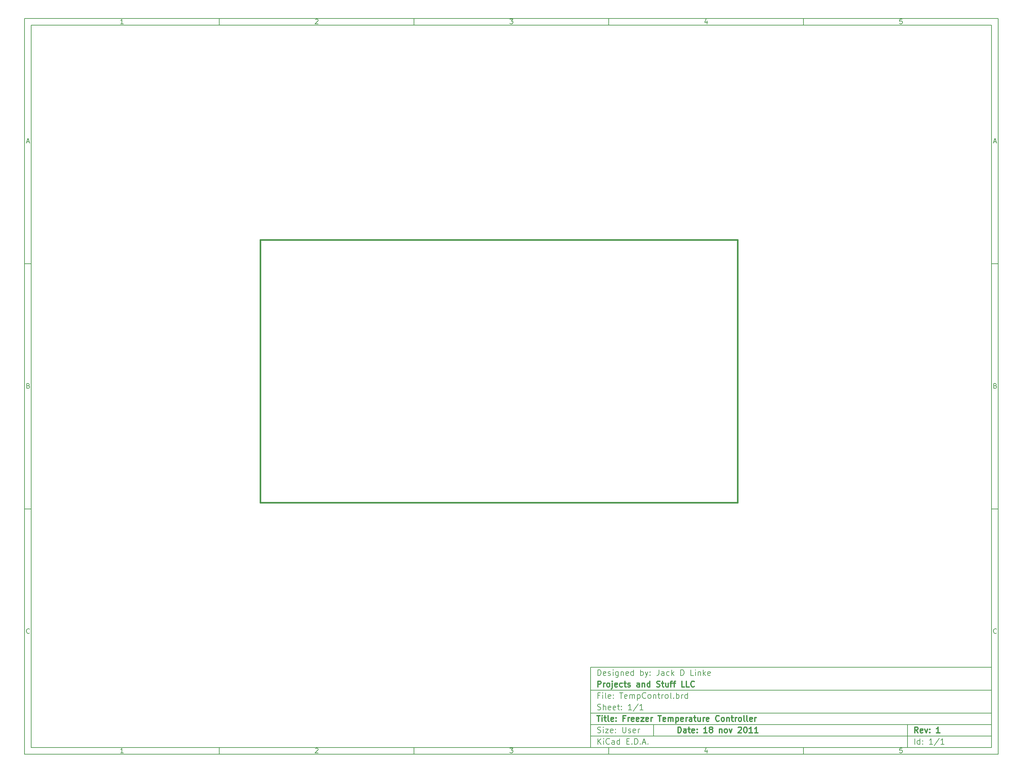
<source format=gbo>
G04 (created by PCBNEW-RS274X (2011-07-08 BZR 3044)-stable) date 11/18/2011 4:50:18 PM*
G01*
G70*
G90*
%MOIN*%
G04 Gerber Fmt 3.4, Leading zero omitted, Abs format*
%FSLAX34Y34*%
G04 APERTURE LIST*
%ADD10C,0.006000*%
%ADD11C,0.012000*%
%ADD12C,0.015000*%
G04 APERTURE END LIST*
G54D10*
X04000Y-04000D02*
X106000Y-04000D01*
X106000Y-81000D01*
X04000Y-81000D01*
X04000Y-04000D01*
X04700Y-04700D02*
X105300Y-04700D01*
X105300Y-80300D01*
X04700Y-80300D01*
X04700Y-04700D01*
X24400Y-04000D02*
X24400Y-04700D01*
X14343Y-04552D02*
X14057Y-04552D01*
X14200Y-04552D02*
X14200Y-04052D01*
X14152Y-04124D01*
X14105Y-04171D01*
X14057Y-04195D01*
X24400Y-81000D02*
X24400Y-80300D01*
X14343Y-80852D02*
X14057Y-80852D01*
X14200Y-80852D02*
X14200Y-80352D01*
X14152Y-80424D01*
X14105Y-80471D01*
X14057Y-80495D01*
X44800Y-04000D02*
X44800Y-04700D01*
X34457Y-04100D02*
X34481Y-04076D01*
X34529Y-04052D01*
X34648Y-04052D01*
X34695Y-04076D01*
X34719Y-04100D01*
X34743Y-04148D01*
X34743Y-04195D01*
X34719Y-04267D01*
X34433Y-04552D01*
X34743Y-04552D01*
X44800Y-81000D02*
X44800Y-80300D01*
X34457Y-80400D02*
X34481Y-80376D01*
X34529Y-80352D01*
X34648Y-80352D01*
X34695Y-80376D01*
X34719Y-80400D01*
X34743Y-80448D01*
X34743Y-80495D01*
X34719Y-80567D01*
X34433Y-80852D01*
X34743Y-80852D01*
X65200Y-04000D02*
X65200Y-04700D01*
X54833Y-04052D02*
X55143Y-04052D01*
X54976Y-04243D01*
X55048Y-04243D01*
X55095Y-04267D01*
X55119Y-04290D01*
X55143Y-04338D01*
X55143Y-04457D01*
X55119Y-04505D01*
X55095Y-04529D01*
X55048Y-04552D01*
X54905Y-04552D01*
X54857Y-04529D01*
X54833Y-04505D01*
X65200Y-81000D02*
X65200Y-80300D01*
X54833Y-80352D02*
X55143Y-80352D01*
X54976Y-80543D01*
X55048Y-80543D01*
X55095Y-80567D01*
X55119Y-80590D01*
X55143Y-80638D01*
X55143Y-80757D01*
X55119Y-80805D01*
X55095Y-80829D01*
X55048Y-80852D01*
X54905Y-80852D01*
X54857Y-80829D01*
X54833Y-80805D01*
X85600Y-04000D02*
X85600Y-04700D01*
X75495Y-04219D02*
X75495Y-04552D01*
X75376Y-04029D02*
X75257Y-04386D01*
X75567Y-04386D01*
X85600Y-81000D02*
X85600Y-80300D01*
X75495Y-80519D02*
X75495Y-80852D01*
X75376Y-80329D02*
X75257Y-80686D01*
X75567Y-80686D01*
X95919Y-04052D02*
X95681Y-04052D01*
X95657Y-04290D01*
X95681Y-04267D01*
X95729Y-04243D01*
X95848Y-04243D01*
X95895Y-04267D01*
X95919Y-04290D01*
X95943Y-04338D01*
X95943Y-04457D01*
X95919Y-04505D01*
X95895Y-04529D01*
X95848Y-04552D01*
X95729Y-04552D01*
X95681Y-04529D01*
X95657Y-04505D01*
X95919Y-80352D02*
X95681Y-80352D01*
X95657Y-80590D01*
X95681Y-80567D01*
X95729Y-80543D01*
X95848Y-80543D01*
X95895Y-80567D01*
X95919Y-80590D01*
X95943Y-80638D01*
X95943Y-80757D01*
X95919Y-80805D01*
X95895Y-80829D01*
X95848Y-80852D01*
X95729Y-80852D01*
X95681Y-80829D01*
X95657Y-80805D01*
X04000Y-29660D02*
X04700Y-29660D01*
X04231Y-16890D02*
X04469Y-16890D01*
X04184Y-17032D02*
X04350Y-16532D01*
X04517Y-17032D01*
X106000Y-29660D02*
X105300Y-29660D01*
X105531Y-16890D02*
X105769Y-16890D01*
X105484Y-17032D02*
X105650Y-16532D01*
X105817Y-17032D01*
X04000Y-55320D02*
X04700Y-55320D01*
X04386Y-42430D02*
X04457Y-42454D01*
X04481Y-42478D01*
X04505Y-42526D01*
X04505Y-42597D01*
X04481Y-42645D01*
X04457Y-42669D01*
X04410Y-42692D01*
X04219Y-42692D01*
X04219Y-42192D01*
X04386Y-42192D01*
X04433Y-42216D01*
X04457Y-42240D01*
X04481Y-42288D01*
X04481Y-42335D01*
X04457Y-42383D01*
X04433Y-42407D01*
X04386Y-42430D01*
X04219Y-42430D01*
X106000Y-55320D02*
X105300Y-55320D01*
X105686Y-42430D02*
X105757Y-42454D01*
X105781Y-42478D01*
X105805Y-42526D01*
X105805Y-42597D01*
X105781Y-42645D01*
X105757Y-42669D01*
X105710Y-42692D01*
X105519Y-42692D01*
X105519Y-42192D01*
X105686Y-42192D01*
X105733Y-42216D01*
X105757Y-42240D01*
X105781Y-42288D01*
X105781Y-42335D01*
X105757Y-42383D01*
X105733Y-42407D01*
X105686Y-42430D01*
X105519Y-42430D01*
X04505Y-68305D02*
X04481Y-68329D01*
X04410Y-68352D01*
X04362Y-68352D01*
X04290Y-68329D01*
X04243Y-68281D01*
X04219Y-68233D01*
X04195Y-68138D01*
X04195Y-68067D01*
X04219Y-67971D01*
X04243Y-67924D01*
X04290Y-67876D01*
X04362Y-67852D01*
X04410Y-67852D01*
X04481Y-67876D01*
X04505Y-67900D01*
X105805Y-68305D02*
X105781Y-68329D01*
X105710Y-68352D01*
X105662Y-68352D01*
X105590Y-68329D01*
X105543Y-68281D01*
X105519Y-68233D01*
X105495Y-68138D01*
X105495Y-68067D01*
X105519Y-67971D01*
X105543Y-67924D01*
X105590Y-67876D01*
X105662Y-67852D01*
X105710Y-67852D01*
X105781Y-67876D01*
X105805Y-67900D01*
G54D11*
X72443Y-78743D02*
X72443Y-78143D01*
X72586Y-78143D01*
X72671Y-78171D01*
X72729Y-78229D01*
X72757Y-78286D01*
X72786Y-78400D01*
X72786Y-78486D01*
X72757Y-78600D01*
X72729Y-78657D01*
X72671Y-78714D01*
X72586Y-78743D01*
X72443Y-78743D01*
X73300Y-78743D02*
X73300Y-78429D01*
X73271Y-78371D01*
X73214Y-78343D01*
X73100Y-78343D01*
X73043Y-78371D01*
X73300Y-78714D02*
X73243Y-78743D01*
X73100Y-78743D01*
X73043Y-78714D01*
X73014Y-78657D01*
X73014Y-78600D01*
X73043Y-78543D01*
X73100Y-78514D01*
X73243Y-78514D01*
X73300Y-78486D01*
X73500Y-78343D02*
X73729Y-78343D01*
X73586Y-78143D02*
X73586Y-78657D01*
X73614Y-78714D01*
X73672Y-78743D01*
X73729Y-78743D01*
X74157Y-78714D02*
X74100Y-78743D01*
X73986Y-78743D01*
X73929Y-78714D01*
X73900Y-78657D01*
X73900Y-78429D01*
X73929Y-78371D01*
X73986Y-78343D01*
X74100Y-78343D01*
X74157Y-78371D01*
X74186Y-78429D01*
X74186Y-78486D01*
X73900Y-78543D01*
X74443Y-78686D02*
X74471Y-78714D01*
X74443Y-78743D01*
X74414Y-78714D01*
X74443Y-78686D01*
X74443Y-78743D01*
X74443Y-78371D02*
X74471Y-78400D01*
X74443Y-78429D01*
X74414Y-78400D01*
X74443Y-78371D01*
X74443Y-78429D01*
X75500Y-78743D02*
X75157Y-78743D01*
X75329Y-78743D02*
X75329Y-78143D01*
X75272Y-78229D01*
X75214Y-78286D01*
X75157Y-78314D01*
X75843Y-78400D02*
X75785Y-78371D01*
X75757Y-78343D01*
X75728Y-78286D01*
X75728Y-78257D01*
X75757Y-78200D01*
X75785Y-78171D01*
X75843Y-78143D01*
X75957Y-78143D01*
X76014Y-78171D01*
X76043Y-78200D01*
X76071Y-78257D01*
X76071Y-78286D01*
X76043Y-78343D01*
X76014Y-78371D01*
X75957Y-78400D01*
X75843Y-78400D01*
X75785Y-78429D01*
X75757Y-78457D01*
X75728Y-78514D01*
X75728Y-78629D01*
X75757Y-78686D01*
X75785Y-78714D01*
X75843Y-78743D01*
X75957Y-78743D01*
X76014Y-78714D01*
X76043Y-78686D01*
X76071Y-78629D01*
X76071Y-78514D01*
X76043Y-78457D01*
X76014Y-78429D01*
X75957Y-78400D01*
X76785Y-78343D02*
X76785Y-78743D01*
X76785Y-78400D02*
X76813Y-78371D01*
X76871Y-78343D01*
X76956Y-78343D01*
X77013Y-78371D01*
X77042Y-78429D01*
X77042Y-78743D01*
X77414Y-78743D02*
X77356Y-78714D01*
X77328Y-78686D01*
X77299Y-78629D01*
X77299Y-78457D01*
X77328Y-78400D01*
X77356Y-78371D01*
X77414Y-78343D01*
X77499Y-78343D01*
X77556Y-78371D01*
X77585Y-78400D01*
X77614Y-78457D01*
X77614Y-78629D01*
X77585Y-78686D01*
X77556Y-78714D01*
X77499Y-78743D01*
X77414Y-78743D01*
X77814Y-78343D02*
X77957Y-78743D01*
X78099Y-78343D01*
X78756Y-78200D02*
X78785Y-78171D01*
X78842Y-78143D01*
X78985Y-78143D01*
X79042Y-78171D01*
X79071Y-78200D01*
X79099Y-78257D01*
X79099Y-78314D01*
X79071Y-78400D01*
X78728Y-78743D01*
X79099Y-78743D01*
X79470Y-78143D02*
X79527Y-78143D01*
X79584Y-78171D01*
X79613Y-78200D01*
X79642Y-78257D01*
X79670Y-78371D01*
X79670Y-78514D01*
X79642Y-78629D01*
X79613Y-78686D01*
X79584Y-78714D01*
X79527Y-78743D01*
X79470Y-78743D01*
X79413Y-78714D01*
X79384Y-78686D01*
X79356Y-78629D01*
X79327Y-78514D01*
X79327Y-78371D01*
X79356Y-78257D01*
X79384Y-78200D01*
X79413Y-78171D01*
X79470Y-78143D01*
X80241Y-78743D02*
X79898Y-78743D01*
X80070Y-78743D02*
X80070Y-78143D01*
X80013Y-78229D01*
X79955Y-78286D01*
X79898Y-78314D01*
X80812Y-78743D02*
X80469Y-78743D01*
X80641Y-78743D02*
X80641Y-78143D01*
X80584Y-78229D01*
X80526Y-78286D01*
X80469Y-78314D01*
G54D10*
X64043Y-79943D02*
X64043Y-79343D01*
X64386Y-79943D02*
X64129Y-79600D01*
X64386Y-79343D02*
X64043Y-79686D01*
X64643Y-79943D02*
X64643Y-79543D01*
X64643Y-79343D02*
X64614Y-79371D01*
X64643Y-79400D01*
X64671Y-79371D01*
X64643Y-79343D01*
X64643Y-79400D01*
X65272Y-79886D02*
X65243Y-79914D01*
X65157Y-79943D01*
X65100Y-79943D01*
X65015Y-79914D01*
X64957Y-79857D01*
X64929Y-79800D01*
X64900Y-79686D01*
X64900Y-79600D01*
X64929Y-79486D01*
X64957Y-79429D01*
X65015Y-79371D01*
X65100Y-79343D01*
X65157Y-79343D01*
X65243Y-79371D01*
X65272Y-79400D01*
X65786Y-79943D02*
X65786Y-79629D01*
X65757Y-79571D01*
X65700Y-79543D01*
X65586Y-79543D01*
X65529Y-79571D01*
X65786Y-79914D02*
X65729Y-79943D01*
X65586Y-79943D01*
X65529Y-79914D01*
X65500Y-79857D01*
X65500Y-79800D01*
X65529Y-79743D01*
X65586Y-79714D01*
X65729Y-79714D01*
X65786Y-79686D01*
X66329Y-79943D02*
X66329Y-79343D01*
X66329Y-79914D02*
X66272Y-79943D01*
X66158Y-79943D01*
X66100Y-79914D01*
X66072Y-79886D01*
X66043Y-79829D01*
X66043Y-79657D01*
X66072Y-79600D01*
X66100Y-79571D01*
X66158Y-79543D01*
X66272Y-79543D01*
X66329Y-79571D01*
X67072Y-79629D02*
X67272Y-79629D01*
X67358Y-79943D02*
X67072Y-79943D01*
X67072Y-79343D01*
X67358Y-79343D01*
X67615Y-79886D02*
X67643Y-79914D01*
X67615Y-79943D01*
X67586Y-79914D01*
X67615Y-79886D01*
X67615Y-79943D01*
X67901Y-79943D02*
X67901Y-79343D01*
X68044Y-79343D01*
X68129Y-79371D01*
X68187Y-79429D01*
X68215Y-79486D01*
X68244Y-79600D01*
X68244Y-79686D01*
X68215Y-79800D01*
X68187Y-79857D01*
X68129Y-79914D01*
X68044Y-79943D01*
X67901Y-79943D01*
X68501Y-79886D02*
X68529Y-79914D01*
X68501Y-79943D01*
X68472Y-79914D01*
X68501Y-79886D01*
X68501Y-79943D01*
X68758Y-79771D02*
X69044Y-79771D01*
X68701Y-79943D02*
X68901Y-79343D01*
X69101Y-79943D01*
X69301Y-79886D02*
X69329Y-79914D01*
X69301Y-79943D01*
X69272Y-79914D01*
X69301Y-79886D01*
X69301Y-79943D01*
G54D11*
X97586Y-78743D02*
X97386Y-78457D01*
X97243Y-78743D02*
X97243Y-78143D01*
X97471Y-78143D01*
X97529Y-78171D01*
X97557Y-78200D01*
X97586Y-78257D01*
X97586Y-78343D01*
X97557Y-78400D01*
X97529Y-78429D01*
X97471Y-78457D01*
X97243Y-78457D01*
X98071Y-78714D02*
X98014Y-78743D01*
X97900Y-78743D01*
X97843Y-78714D01*
X97814Y-78657D01*
X97814Y-78429D01*
X97843Y-78371D01*
X97900Y-78343D01*
X98014Y-78343D01*
X98071Y-78371D01*
X98100Y-78429D01*
X98100Y-78486D01*
X97814Y-78543D01*
X98300Y-78343D02*
X98443Y-78743D01*
X98585Y-78343D01*
X98814Y-78686D02*
X98842Y-78714D01*
X98814Y-78743D01*
X98785Y-78714D01*
X98814Y-78686D01*
X98814Y-78743D01*
X98814Y-78371D02*
X98842Y-78400D01*
X98814Y-78429D01*
X98785Y-78400D01*
X98814Y-78371D01*
X98814Y-78429D01*
X99871Y-78743D02*
X99528Y-78743D01*
X99700Y-78743D02*
X99700Y-78143D01*
X99643Y-78229D01*
X99585Y-78286D01*
X99528Y-78314D01*
G54D10*
X64014Y-78714D02*
X64100Y-78743D01*
X64243Y-78743D01*
X64300Y-78714D01*
X64329Y-78686D01*
X64357Y-78629D01*
X64357Y-78571D01*
X64329Y-78514D01*
X64300Y-78486D01*
X64243Y-78457D01*
X64129Y-78429D01*
X64071Y-78400D01*
X64043Y-78371D01*
X64014Y-78314D01*
X64014Y-78257D01*
X64043Y-78200D01*
X64071Y-78171D01*
X64129Y-78143D01*
X64271Y-78143D01*
X64357Y-78171D01*
X64614Y-78743D02*
X64614Y-78343D01*
X64614Y-78143D02*
X64585Y-78171D01*
X64614Y-78200D01*
X64642Y-78171D01*
X64614Y-78143D01*
X64614Y-78200D01*
X64843Y-78343D02*
X65157Y-78343D01*
X64843Y-78743D01*
X65157Y-78743D01*
X65614Y-78714D02*
X65557Y-78743D01*
X65443Y-78743D01*
X65386Y-78714D01*
X65357Y-78657D01*
X65357Y-78429D01*
X65386Y-78371D01*
X65443Y-78343D01*
X65557Y-78343D01*
X65614Y-78371D01*
X65643Y-78429D01*
X65643Y-78486D01*
X65357Y-78543D01*
X65900Y-78686D02*
X65928Y-78714D01*
X65900Y-78743D01*
X65871Y-78714D01*
X65900Y-78686D01*
X65900Y-78743D01*
X65900Y-78371D02*
X65928Y-78400D01*
X65900Y-78429D01*
X65871Y-78400D01*
X65900Y-78371D01*
X65900Y-78429D01*
X66643Y-78143D02*
X66643Y-78629D01*
X66671Y-78686D01*
X66700Y-78714D01*
X66757Y-78743D01*
X66871Y-78743D01*
X66929Y-78714D01*
X66957Y-78686D01*
X66986Y-78629D01*
X66986Y-78143D01*
X67243Y-78714D02*
X67300Y-78743D01*
X67415Y-78743D01*
X67472Y-78714D01*
X67500Y-78657D01*
X67500Y-78629D01*
X67472Y-78571D01*
X67415Y-78543D01*
X67329Y-78543D01*
X67272Y-78514D01*
X67243Y-78457D01*
X67243Y-78429D01*
X67272Y-78371D01*
X67329Y-78343D01*
X67415Y-78343D01*
X67472Y-78371D01*
X67986Y-78714D02*
X67929Y-78743D01*
X67815Y-78743D01*
X67758Y-78714D01*
X67729Y-78657D01*
X67729Y-78429D01*
X67758Y-78371D01*
X67815Y-78343D01*
X67929Y-78343D01*
X67986Y-78371D01*
X68015Y-78429D01*
X68015Y-78486D01*
X67729Y-78543D01*
X68272Y-78743D02*
X68272Y-78343D01*
X68272Y-78457D02*
X68300Y-78400D01*
X68329Y-78371D01*
X68386Y-78343D01*
X68443Y-78343D01*
X97243Y-79943D02*
X97243Y-79343D01*
X97786Y-79943D02*
X97786Y-79343D01*
X97786Y-79914D02*
X97729Y-79943D01*
X97615Y-79943D01*
X97557Y-79914D01*
X97529Y-79886D01*
X97500Y-79829D01*
X97500Y-79657D01*
X97529Y-79600D01*
X97557Y-79571D01*
X97615Y-79543D01*
X97729Y-79543D01*
X97786Y-79571D01*
X98072Y-79886D02*
X98100Y-79914D01*
X98072Y-79943D01*
X98043Y-79914D01*
X98072Y-79886D01*
X98072Y-79943D01*
X98072Y-79571D02*
X98100Y-79600D01*
X98072Y-79629D01*
X98043Y-79600D01*
X98072Y-79571D01*
X98072Y-79629D01*
X99129Y-79943D02*
X98786Y-79943D01*
X98958Y-79943D02*
X98958Y-79343D01*
X98901Y-79429D01*
X98843Y-79486D01*
X98786Y-79514D01*
X99814Y-79314D02*
X99300Y-80086D01*
X100329Y-79943D02*
X99986Y-79943D01*
X100158Y-79943D02*
X100158Y-79343D01*
X100101Y-79429D01*
X100043Y-79486D01*
X99986Y-79514D01*
G54D11*
X63957Y-76943D02*
X64300Y-76943D01*
X64129Y-77543D02*
X64129Y-76943D01*
X64500Y-77543D02*
X64500Y-77143D01*
X64500Y-76943D02*
X64471Y-76971D01*
X64500Y-77000D01*
X64528Y-76971D01*
X64500Y-76943D01*
X64500Y-77000D01*
X64700Y-77143D02*
X64929Y-77143D01*
X64786Y-76943D02*
X64786Y-77457D01*
X64814Y-77514D01*
X64872Y-77543D01*
X64929Y-77543D01*
X65215Y-77543D02*
X65157Y-77514D01*
X65129Y-77457D01*
X65129Y-76943D01*
X65671Y-77514D02*
X65614Y-77543D01*
X65500Y-77543D01*
X65443Y-77514D01*
X65414Y-77457D01*
X65414Y-77229D01*
X65443Y-77171D01*
X65500Y-77143D01*
X65614Y-77143D01*
X65671Y-77171D01*
X65700Y-77229D01*
X65700Y-77286D01*
X65414Y-77343D01*
X65957Y-77486D02*
X65985Y-77514D01*
X65957Y-77543D01*
X65928Y-77514D01*
X65957Y-77486D01*
X65957Y-77543D01*
X65957Y-77171D02*
X65985Y-77200D01*
X65957Y-77229D01*
X65928Y-77200D01*
X65957Y-77171D01*
X65957Y-77229D01*
X66900Y-77229D02*
X66700Y-77229D01*
X66700Y-77543D02*
X66700Y-76943D01*
X66986Y-76943D01*
X67214Y-77543D02*
X67214Y-77143D01*
X67214Y-77257D02*
X67242Y-77200D01*
X67271Y-77171D01*
X67328Y-77143D01*
X67385Y-77143D01*
X67813Y-77514D02*
X67756Y-77543D01*
X67642Y-77543D01*
X67585Y-77514D01*
X67556Y-77457D01*
X67556Y-77229D01*
X67585Y-77171D01*
X67642Y-77143D01*
X67756Y-77143D01*
X67813Y-77171D01*
X67842Y-77229D01*
X67842Y-77286D01*
X67556Y-77343D01*
X68327Y-77514D02*
X68270Y-77543D01*
X68156Y-77543D01*
X68099Y-77514D01*
X68070Y-77457D01*
X68070Y-77229D01*
X68099Y-77171D01*
X68156Y-77143D01*
X68270Y-77143D01*
X68327Y-77171D01*
X68356Y-77229D01*
X68356Y-77286D01*
X68070Y-77343D01*
X68556Y-77143D02*
X68870Y-77143D01*
X68556Y-77543D01*
X68870Y-77543D01*
X69327Y-77514D02*
X69270Y-77543D01*
X69156Y-77543D01*
X69099Y-77514D01*
X69070Y-77457D01*
X69070Y-77229D01*
X69099Y-77171D01*
X69156Y-77143D01*
X69270Y-77143D01*
X69327Y-77171D01*
X69356Y-77229D01*
X69356Y-77286D01*
X69070Y-77343D01*
X69613Y-77543D02*
X69613Y-77143D01*
X69613Y-77257D02*
X69641Y-77200D01*
X69670Y-77171D01*
X69727Y-77143D01*
X69784Y-77143D01*
X70355Y-76943D02*
X70698Y-76943D01*
X70527Y-77543D02*
X70527Y-76943D01*
X71126Y-77514D02*
X71069Y-77543D01*
X70955Y-77543D01*
X70898Y-77514D01*
X70869Y-77457D01*
X70869Y-77229D01*
X70898Y-77171D01*
X70955Y-77143D01*
X71069Y-77143D01*
X71126Y-77171D01*
X71155Y-77229D01*
X71155Y-77286D01*
X70869Y-77343D01*
X71412Y-77543D02*
X71412Y-77143D01*
X71412Y-77200D02*
X71440Y-77171D01*
X71498Y-77143D01*
X71583Y-77143D01*
X71640Y-77171D01*
X71669Y-77229D01*
X71669Y-77543D01*
X71669Y-77229D02*
X71698Y-77171D01*
X71755Y-77143D01*
X71840Y-77143D01*
X71898Y-77171D01*
X71926Y-77229D01*
X71926Y-77543D01*
X72212Y-77143D02*
X72212Y-77743D01*
X72212Y-77171D02*
X72269Y-77143D01*
X72383Y-77143D01*
X72440Y-77171D01*
X72469Y-77200D01*
X72498Y-77257D01*
X72498Y-77429D01*
X72469Y-77486D01*
X72440Y-77514D01*
X72383Y-77543D01*
X72269Y-77543D01*
X72212Y-77514D01*
X72983Y-77514D02*
X72926Y-77543D01*
X72812Y-77543D01*
X72755Y-77514D01*
X72726Y-77457D01*
X72726Y-77229D01*
X72755Y-77171D01*
X72812Y-77143D01*
X72926Y-77143D01*
X72983Y-77171D01*
X73012Y-77229D01*
X73012Y-77286D01*
X72726Y-77343D01*
X73269Y-77543D02*
X73269Y-77143D01*
X73269Y-77257D02*
X73297Y-77200D01*
X73326Y-77171D01*
X73383Y-77143D01*
X73440Y-77143D01*
X73897Y-77543D02*
X73897Y-77229D01*
X73868Y-77171D01*
X73811Y-77143D01*
X73697Y-77143D01*
X73640Y-77171D01*
X73897Y-77514D02*
X73840Y-77543D01*
X73697Y-77543D01*
X73640Y-77514D01*
X73611Y-77457D01*
X73611Y-77400D01*
X73640Y-77343D01*
X73697Y-77314D01*
X73840Y-77314D01*
X73897Y-77286D01*
X74097Y-77143D02*
X74326Y-77143D01*
X74183Y-76943D02*
X74183Y-77457D01*
X74211Y-77514D01*
X74269Y-77543D01*
X74326Y-77543D01*
X74783Y-77143D02*
X74783Y-77543D01*
X74526Y-77143D02*
X74526Y-77457D01*
X74554Y-77514D01*
X74612Y-77543D01*
X74697Y-77543D01*
X74754Y-77514D01*
X74783Y-77486D01*
X75069Y-77543D02*
X75069Y-77143D01*
X75069Y-77257D02*
X75097Y-77200D01*
X75126Y-77171D01*
X75183Y-77143D01*
X75240Y-77143D01*
X75668Y-77514D02*
X75611Y-77543D01*
X75497Y-77543D01*
X75440Y-77514D01*
X75411Y-77457D01*
X75411Y-77229D01*
X75440Y-77171D01*
X75497Y-77143D01*
X75611Y-77143D01*
X75668Y-77171D01*
X75697Y-77229D01*
X75697Y-77286D01*
X75411Y-77343D01*
X76754Y-77486D02*
X76725Y-77514D01*
X76639Y-77543D01*
X76582Y-77543D01*
X76497Y-77514D01*
X76439Y-77457D01*
X76411Y-77400D01*
X76382Y-77286D01*
X76382Y-77200D01*
X76411Y-77086D01*
X76439Y-77029D01*
X76497Y-76971D01*
X76582Y-76943D01*
X76639Y-76943D01*
X76725Y-76971D01*
X76754Y-77000D01*
X77097Y-77543D02*
X77039Y-77514D01*
X77011Y-77486D01*
X76982Y-77429D01*
X76982Y-77257D01*
X77011Y-77200D01*
X77039Y-77171D01*
X77097Y-77143D01*
X77182Y-77143D01*
X77239Y-77171D01*
X77268Y-77200D01*
X77297Y-77257D01*
X77297Y-77429D01*
X77268Y-77486D01*
X77239Y-77514D01*
X77182Y-77543D01*
X77097Y-77543D01*
X77554Y-77143D02*
X77554Y-77543D01*
X77554Y-77200D02*
X77582Y-77171D01*
X77640Y-77143D01*
X77725Y-77143D01*
X77782Y-77171D01*
X77811Y-77229D01*
X77811Y-77543D01*
X78011Y-77143D02*
X78240Y-77143D01*
X78097Y-76943D02*
X78097Y-77457D01*
X78125Y-77514D01*
X78183Y-77543D01*
X78240Y-77543D01*
X78440Y-77543D02*
X78440Y-77143D01*
X78440Y-77257D02*
X78468Y-77200D01*
X78497Y-77171D01*
X78554Y-77143D01*
X78611Y-77143D01*
X78897Y-77543D02*
X78839Y-77514D01*
X78811Y-77486D01*
X78782Y-77429D01*
X78782Y-77257D01*
X78811Y-77200D01*
X78839Y-77171D01*
X78897Y-77143D01*
X78982Y-77143D01*
X79039Y-77171D01*
X79068Y-77200D01*
X79097Y-77257D01*
X79097Y-77429D01*
X79068Y-77486D01*
X79039Y-77514D01*
X78982Y-77543D01*
X78897Y-77543D01*
X79440Y-77543D02*
X79382Y-77514D01*
X79354Y-77457D01*
X79354Y-76943D01*
X79754Y-77543D02*
X79696Y-77514D01*
X79668Y-77457D01*
X79668Y-76943D01*
X80210Y-77514D02*
X80153Y-77543D01*
X80039Y-77543D01*
X79982Y-77514D01*
X79953Y-77457D01*
X79953Y-77229D01*
X79982Y-77171D01*
X80039Y-77143D01*
X80153Y-77143D01*
X80210Y-77171D01*
X80239Y-77229D01*
X80239Y-77286D01*
X79953Y-77343D01*
X80496Y-77543D02*
X80496Y-77143D01*
X80496Y-77257D02*
X80524Y-77200D01*
X80553Y-77171D01*
X80610Y-77143D01*
X80667Y-77143D01*
G54D10*
X64243Y-74829D02*
X64043Y-74829D01*
X64043Y-75143D02*
X64043Y-74543D01*
X64329Y-74543D01*
X64557Y-75143D02*
X64557Y-74743D01*
X64557Y-74543D02*
X64528Y-74571D01*
X64557Y-74600D01*
X64585Y-74571D01*
X64557Y-74543D01*
X64557Y-74600D01*
X64929Y-75143D02*
X64871Y-75114D01*
X64843Y-75057D01*
X64843Y-74543D01*
X65385Y-75114D02*
X65328Y-75143D01*
X65214Y-75143D01*
X65157Y-75114D01*
X65128Y-75057D01*
X65128Y-74829D01*
X65157Y-74771D01*
X65214Y-74743D01*
X65328Y-74743D01*
X65385Y-74771D01*
X65414Y-74829D01*
X65414Y-74886D01*
X65128Y-74943D01*
X65671Y-75086D02*
X65699Y-75114D01*
X65671Y-75143D01*
X65642Y-75114D01*
X65671Y-75086D01*
X65671Y-75143D01*
X65671Y-74771D02*
X65699Y-74800D01*
X65671Y-74829D01*
X65642Y-74800D01*
X65671Y-74771D01*
X65671Y-74829D01*
X66328Y-74543D02*
X66671Y-74543D01*
X66500Y-75143D02*
X66500Y-74543D01*
X67099Y-75114D02*
X67042Y-75143D01*
X66928Y-75143D01*
X66871Y-75114D01*
X66842Y-75057D01*
X66842Y-74829D01*
X66871Y-74771D01*
X66928Y-74743D01*
X67042Y-74743D01*
X67099Y-74771D01*
X67128Y-74829D01*
X67128Y-74886D01*
X66842Y-74943D01*
X67385Y-75143D02*
X67385Y-74743D01*
X67385Y-74800D02*
X67413Y-74771D01*
X67471Y-74743D01*
X67556Y-74743D01*
X67613Y-74771D01*
X67642Y-74829D01*
X67642Y-75143D01*
X67642Y-74829D02*
X67671Y-74771D01*
X67728Y-74743D01*
X67813Y-74743D01*
X67871Y-74771D01*
X67899Y-74829D01*
X67899Y-75143D01*
X68185Y-74743D02*
X68185Y-75343D01*
X68185Y-74771D02*
X68242Y-74743D01*
X68356Y-74743D01*
X68413Y-74771D01*
X68442Y-74800D01*
X68471Y-74857D01*
X68471Y-75029D01*
X68442Y-75086D01*
X68413Y-75114D01*
X68356Y-75143D01*
X68242Y-75143D01*
X68185Y-75114D01*
X69071Y-75086D02*
X69042Y-75114D01*
X68956Y-75143D01*
X68899Y-75143D01*
X68814Y-75114D01*
X68756Y-75057D01*
X68728Y-75000D01*
X68699Y-74886D01*
X68699Y-74800D01*
X68728Y-74686D01*
X68756Y-74629D01*
X68814Y-74571D01*
X68899Y-74543D01*
X68956Y-74543D01*
X69042Y-74571D01*
X69071Y-74600D01*
X69414Y-75143D02*
X69356Y-75114D01*
X69328Y-75086D01*
X69299Y-75029D01*
X69299Y-74857D01*
X69328Y-74800D01*
X69356Y-74771D01*
X69414Y-74743D01*
X69499Y-74743D01*
X69556Y-74771D01*
X69585Y-74800D01*
X69614Y-74857D01*
X69614Y-75029D01*
X69585Y-75086D01*
X69556Y-75114D01*
X69499Y-75143D01*
X69414Y-75143D01*
X69871Y-74743D02*
X69871Y-75143D01*
X69871Y-74800D02*
X69899Y-74771D01*
X69957Y-74743D01*
X70042Y-74743D01*
X70099Y-74771D01*
X70128Y-74829D01*
X70128Y-75143D01*
X70328Y-74743D02*
X70557Y-74743D01*
X70414Y-74543D02*
X70414Y-75057D01*
X70442Y-75114D01*
X70500Y-75143D01*
X70557Y-75143D01*
X70757Y-75143D02*
X70757Y-74743D01*
X70757Y-74857D02*
X70785Y-74800D01*
X70814Y-74771D01*
X70871Y-74743D01*
X70928Y-74743D01*
X71214Y-75143D02*
X71156Y-75114D01*
X71128Y-75086D01*
X71099Y-75029D01*
X71099Y-74857D01*
X71128Y-74800D01*
X71156Y-74771D01*
X71214Y-74743D01*
X71299Y-74743D01*
X71356Y-74771D01*
X71385Y-74800D01*
X71414Y-74857D01*
X71414Y-75029D01*
X71385Y-75086D01*
X71356Y-75114D01*
X71299Y-75143D01*
X71214Y-75143D01*
X71757Y-75143D02*
X71699Y-75114D01*
X71671Y-75057D01*
X71671Y-74543D01*
X71985Y-75086D02*
X72013Y-75114D01*
X71985Y-75143D01*
X71956Y-75114D01*
X71985Y-75086D01*
X71985Y-75143D01*
X72271Y-75143D02*
X72271Y-74543D01*
X72271Y-74771D02*
X72328Y-74743D01*
X72442Y-74743D01*
X72499Y-74771D01*
X72528Y-74800D01*
X72557Y-74857D01*
X72557Y-75029D01*
X72528Y-75086D01*
X72499Y-75114D01*
X72442Y-75143D01*
X72328Y-75143D01*
X72271Y-75114D01*
X72814Y-75143D02*
X72814Y-74743D01*
X72814Y-74857D02*
X72842Y-74800D01*
X72871Y-74771D01*
X72928Y-74743D01*
X72985Y-74743D01*
X73442Y-75143D02*
X73442Y-74543D01*
X73442Y-75114D02*
X73385Y-75143D01*
X73271Y-75143D01*
X73213Y-75114D01*
X73185Y-75086D01*
X73156Y-75029D01*
X73156Y-74857D01*
X73185Y-74800D01*
X73213Y-74771D01*
X73271Y-74743D01*
X73385Y-74743D01*
X73442Y-74771D01*
X64014Y-76314D02*
X64100Y-76343D01*
X64243Y-76343D01*
X64300Y-76314D01*
X64329Y-76286D01*
X64357Y-76229D01*
X64357Y-76171D01*
X64329Y-76114D01*
X64300Y-76086D01*
X64243Y-76057D01*
X64129Y-76029D01*
X64071Y-76000D01*
X64043Y-75971D01*
X64014Y-75914D01*
X64014Y-75857D01*
X64043Y-75800D01*
X64071Y-75771D01*
X64129Y-75743D01*
X64271Y-75743D01*
X64357Y-75771D01*
X64614Y-76343D02*
X64614Y-75743D01*
X64871Y-76343D02*
X64871Y-76029D01*
X64842Y-75971D01*
X64785Y-75943D01*
X64700Y-75943D01*
X64642Y-75971D01*
X64614Y-76000D01*
X65385Y-76314D02*
X65328Y-76343D01*
X65214Y-76343D01*
X65157Y-76314D01*
X65128Y-76257D01*
X65128Y-76029D01*
X65157Y-75971D01*
X65214Y-75943D01*
X65328Y-75943D01*
X65385Y-75971D01*
X65414Y-76029D01*
X65414Y-76086D01*
X65128Y-76143D01*
X65899Y-76314D02*
X65842Y-76343D01*
X65728Y-76343D01*
X65671Y-76314D01*
X65642Y-76257D01*
X65642Y-76029D01*
X65671Y-75971D01*
X65728Y-75943D01*
X65842Y-75943D01*
X65899Y-75971D01*
X65928Y-76029D01*
X65928Y-76086D01*
X65642Y-76143D01*
X66099Y-75943D02*
X66328Y-75943D01*
X66185Y-75743D02*
X66185Y-76257D01*
X66213Y-76314D01*
X66271Y-76343D01*
X66328Y-76343D01*
X66528Y-76286D02*
X66556Y-76314D01*
X66528Y-76343D01*
X66499Y-76314D01*
X66528Y-76286D01*
X66528Y-76343D01*
X66528Y-75971D02*
X66556Y-76000D01*
X66528Y-76029D01*
X66499Y-76000D01*
X66528Y-75971D01*
X66528Y-76029D01*
X67585Y-76343D02*
X67242Y-76343D01*
X67414Y-76343D02*
X67414Y-75743D01*
X67357Y-75829D01*
X67299Y-75886D01*
X67242Y-75914D01*
X68270Y-75714D02*
X67756Y-76486D01*
X68785Y-76343D02*
X68442Y-76343D01*
X68614Y-76343D02*
X68614Y-75743D01*
X68557Y-75829D01*
X68499Y-75886D01*
X68442Y-75914D01*
G54D11*
X64043Y-73943D02*
X64043Y-73343D01*
X64271Y-73343D01*
X64329Y-73371D01*
X64357Y-73400D01*
X64386Y-73457D01*
X64386Y-73543D01*
X64357Y-73600D01*
X64329Y-73629D01*
X64271Y-73657D01*
X64043Y-73657D01*
X64643Y-73943D02*
X64643Y-73543D01*
X64643Y-73657D02*
X64671Y-73600D01*
X64700Y-73571D01*
X64757Y-73543D01*
X64814Y-73543D01*
X65100Y-73943D02*
X65042Y-73914D01*
X65014Y-73886D01*
X64985Y-73829D01*
X64985Y-73657D01*
X65014Y-73600D01*
X65042Y-73571D01*
X65100Y-73543D01*
X65185Y-73543D01*
X65242Y-73571D01*
X65271Y-73600D01*
X65300Y-73657D01*
X65300Y-73829D01*
X65271Y-73886D01*
X65242Y-73914D01*
X65185Y-73943D01*
X65100Y-73943D01*
X65557Y-73543D02*
X65557Y-74057D01*
X65528Y-74114D01*
X65471Y-74143D01*
X65443Y-74143D01*
X65557Y-73343D02*
X65528Y-73371D01*
X65557Y-73400D01*
X65585Y-73371D01*
X65557Y-73343D01*
X65557Y-73400D01*
X66071Y-73914D02*
X66014Y-73943D01*
X65900Y-73943D01*
X65843Y-73914D01*
X65814Y-73857D01*
X65814Y-73629D01*
X65843Y-73571D01*
X65900Y-73543D01*
X66014Y-73543D01*
X66071Y-73571D01*
X66100Y-73629D01*
X66100Y-73686D01*
X65814Y-73743D01*
X66614Y-73914D02*
X66557Y-73943D01*
X66443Y-73943D01*
X66385Y-73914D01*
X66357Y-73886D01*
X66328Y-73829D01*
X66328Y-73657D01*
X66357Y-73600D01*
X66385Y-73571D01*
X66443Y-73543D01*
X66557Y-73543D01*
X66614Y-73571D01*
X66785Y-73543D02*
X67014Y-73543D01*
X66871Y-73343D02*
X66871Y-73857D01*
X66899Y-73914D01*
X66957Y-73943D01*
X67014Y-73943D01*
X67185Y-73914D02*
X67242Y-73943D01*
X67357Y-73943D01*
X67414Y-73914D01*
X67442Y-73857D01*
X67442Y-73829D01*
X67414Y-73771D01*
X67357Y-73743D01*
X67271Y-73743D01*
X67214Y-73714D01*
X67185Y-73657D01*
X67185Y-73629D01*
X67214Y-73571D01*
X67271Y-73543D01*
X67357Y-73543D01*
X67414Y-73571D01*
X68414Y-73943D02*
X68414Y-73629D01*
X68385Y-73571D01*
X68328Y-73543D01*
X68214Y-73543D01*
X68157Y-73571D01*
X68414Y-73914D02*
X68357Y-73943D01*
X68214Y-73943D01*
X68157Y-73914D01*
X68128Y-73857D01*
X68128Y-73800D01*
X68157Y-73743D01*
X68214Y-73714D01*
X68357Y-73714D01*
X68414Y-73686D01*
X68700Y-73543D02*
X68700Y-73943D01*
X68700Y-73600D02*
X68728Y-73571D01*
X68786Y-73543D01*
X68871Y-73543D01*
X68928Y-73571D01*
X68957Y-73629D01*
X68957Y-73943D01*
X69500Y-73943D02*
X69500Y-73343D01*
X69500Y-73914D02*
X69443Y-73943D01*
X69329Y-73943D01*
X69271Y-73914D01*
X69243Y-73886D01*
X69214Y-73829D01*
X69214Y-73657D01*
X69243Y-73600D01*
X69271Y-73571D01*
X69329Y-73543D01*
X69443Y-73543D01*
X69500Y-73571D01*
X70214Y-73914D02*
X70300Y-73943D01*
X70443Y-73943D01*
X70500Y-73914D01*
X70529Y-73886D01*
X70557Y-73829D01*
X70557Y-73771D01*
X70529Y-73714D01*
X70500Y-73686D01*
X70443Y-73657D01*
X70329Y-73629D01*
X70271Y-73600D01*
X70243Y-73571D01*
X70214Y-73514D01*
X70214Y-73457D01*
X70243Y-73400D01*
X70271Y-73371D01*
X70329Y-73343D01*
X70471Y-73343D01*
X70557Y-73371D01*
X70728Y-73543D02*
X70957Y-73543D01*
X70814Y-73343D02*
X70814Y-73857D01*
X70842Y-73914D01*
X70900Y-73943D01*
X70957Y-73943D01*
X71414Y-73543D02*
X71414Y-73943D01*
X71157Y-73543D02*
X71157Y-73857D01*
X71185Y-73914D01*
X71243Y-73943D01*
X71328Y-73943D01*
X71385Y-73914D01*
X71414Y-73886D01*
X71614Y-73543D02*
X71843Y-73543D01*
X71700Y-73943D02*
X71700Y-73429D01*
X71728Y-73371D01*
X71786Y-73343D01*
X71843Y-73343D01*
X71957Y-73543D02*
X72186Y-73543D01*
X72043Y-73943D02*
X72043Y-73429D01*
X72071Y-73371D01*
X72129Y-73343D01*
X72186Y-73343D01*
X73129Y-73943D02*
X72843Y-73943D01*
X72843Y-73343D01*
X73615Y-73943D02*
X73329Y-73943D01*
X73329Y-73343D01*
X74158Y-73886D02*
X74129Y-73914D01*
X74043Y-73943D01*
X73986Y-73943D01*
X73901Y-73914D01*
X73843Y-73857D01*
X73815Y-73800D01*
X73786Y-73686D01*
X73786Y-73600D01*
X73815Y-73486D01*
X73843Y-73429D01*
X73901Y-73371D01*
X73986Y-73343D01*
X74043Y-73343D01*
X74129Y-73371D01*
X74158Y-73400D01*
G54D10*
X64043Y-72743D02*
X64043Y-72143D01*
X64186Y-72143D01*
X64271Y-72171D01*
X64329Y-72229D01*
X64357Y-72286D01*
X64386Y-72400D01*
X64386Y-72486D01*
X64357Y-72600D01*
X64329Y-72657D01*
X64271Y-72714D01*
X64186Y-72743D01*
X64043Y-72743D01*
X64871Y-72714D02*
X64814Y-72743D01*
X64700Y-72743D01*
X64643Y-72714D01*
X64614Y-72657D01*
X64614Y-72429D01*
X64643Y-72371D01*
X64700Y-72343D01*
X64814Y-72343D01*
X64871Y-72371D01*
X64900Y-72429D01*
X64900Y-72486D01*
X64614Y-72543D01*
X65128Y-72714D02*
X65185Y-72743D01*
X65300Y-72743D01*
X65357Y-72714D01*
X65385Y-72657D01*
X65385Y-72629D01*
X65357Y-72571D01*
X65300Y-72543D01*
X65214Y-72543D01*
X65157Y-72514D01*
X65128Y-72457D01*
X65128Y-72429D01*
X65157Y-72371D01*
X65214Y-72343D01*
X65300Y-72343D01*
X65357Y-72371D01*
X65643Y-72743D02*
X65643Y-72343D01*
X65643Y-72143D02*
X65614Y-72171D01*
X65643Y-72200D01*
X65671Y-72171D01*
X65643Y-72143D01*
X65643Y-72200D01*
X66186Y-72343D02*
X66186Y-72829D01*
X66157Y-72886D01*
X66129Y-72914D01*
X66072Y-72943D01*
X65986Y-72943D01*
X65929Y-72914D01*
X66186Y-72714D02*
X66129Y-72743D01*
X66015Y-72743D01*
X65957Y-72714D01*
X65929Y-72686D01*
X65900Y-72629D01*
X65900Y-72457D01*
X65929Y-72400D01*
X65957Y-72371D01*
X66015Y-72343D01*
X66129Y-72343D01*
X66186Y-72371D01*
X66472Y-72343D02*
X66472Y-72743D01*
X66472Y-72400D02*
X66500Y-72371D01*
X66558Y-72343D01*
X66643Y-72343D01*
X66700Y-72371D01*
X66729Y-72429D01*
X66729Y-72743D01*
X67243Y-72714D02*
X67186Y-72743D01*
X67072Y-72743D01*
X67015Y-72714D01*
X66986Y-72657D01*
X66986Y-72429D01*
X67015Y-72371D01*
X67072Y-72343D01*
X67186Y-72343D01*
X67243Y-72371D01*
X67272Y-72429D01*
X67272Y-72486D01*
X66986Y-72543D01*
X67786Y-72743D02*
X67786Y-72143D01*
X67786Y-72714D02*
X67729Y-72743D01*
X67615Y-72743D01*
X67557Y-72714D01*
X67529Y-72686D01*
X67500Y-72629D01*
X67500Y-72457D01*
X67529Y-72400D01*
X67557Y-72371D01*
X67615Y-72343D01*
X67729Y-72343D01*
X67786Y-72371D01*
X68529Y-72743D02*
X68529Y-72143D01*
X68529Y-72371D02*
X68586Y-72343D01*
X68700Y-72343D01*
X68757Y-72371D01*
X68786Y-72400D01*
X68815Y-72457D01*
X68815Y-72629D01*
X68786Y-72686D01*
X68757Y-72714D01*
X68700Y-72743D01*
X68586Y-72743D01*
X68529Y-72714D01*
X69015Y-72343D02*
X69158Y-72743D01*
X69300Y-72343D02*
X69158Y-72743D01*
X69100Y-72886D01*
X69072Y-72914D01*
X69015Y-72943D01*
X69529Y-72686D02*
X69557Y-72714D01*
X69529Y-72743D01*
X69500Y-72714D01*
X69529Y-72686D01*
X69529Y-72743D01*
X69529Y-72371D02*
X69557Y-72400D01*
X69529Y-72429D01*
X69500Y-72400D01*
X69529Y-72371D01*
X69529Y-72429D01*
X70443Y-72143D02*
X70443Y-72571D01*
X70415Y-72657D01*
X70358Y-72714D01*
X70272Y-72743D01*
X70215Y-72743D01*
X70986Y-72743D02*
X70986Y-72429D01*
X70957Y-72371D01*
X70900Y-72343D01*
X70786Y-72343D01*
X70729Y-72371D01*
X70986Y-72714D02*
X70929Y-72743D01*
X70786Y-72743D01*
X70729Y-72714D01*
X70700Y-72657D01*
X70700Y-72600D01*
X70729Y-72543D01*
X70786Y-72514D01*
X70929Y-72514D01*
X70986Y-72486D01*
X71529Y-72714D02*
X71472Y-72743D01*
X71358Y-72743D01*
X71300Y-72714D01*
X71272Y-72686D01*
X71243Y-72629D01*
X71243Y-72457D01*
X71272Y-72400D01*
X71300Y-72371D01*
X71358Y-72343D01*
X71472Y-72343D01*
X71529Y-72371D01*
X71786Y-72743D02*
X71786Y-72143D01*
X71843Y-72514D02*
X72014Y-72743D01*
X72014Y-72343D02*
X71786Y-72571D01*
X72729Y-72743D02*
X72729Y-72143D01*
X72872Y-72143D01*
X72957Y-72171D01*
X73015Y-72229D01*
X73043Y-72286D01*
X73072Y-72400D01*
X73072Y-72486D01*
X73043Y-72600D01*
X73015Y-72657D01*
X72957Y-72714D01*
X72872Y-72743D01*
X72729Y-72743D01*
X74072Y-72743D02*
X73786Y-72743D01*
X73786Y-72143D01*
X74272Y-72743D02*
X74272Y-72343D01*
X74272Y-72143D02*
X74243Y-72171D01*
X74272Y-72200D01*
X74300Y-72171D01*
X74272Y-72143D01*
X74272Y-72200D01*
X74558Y-72343D02*
X74558Y-72743D01*
X74558Y-72400D02*
X74586Y-72371D01*
X74644Y-72343D01*
X74729Y-72343D01*
X74786Y-72371D01*
X74815Y-72429D01*
X74815Y-72743D01*
X75101Y-72743D02*
X75101Y-72143D01*
X75158Y-72514D02*
X75329Y-72743D01*
X75329Y-72343D02*
X75101Y-72571D01*
X75815Y-72714D02*
X75758Y-72743D01*
X75644Y-72743D01*
X75587Y-72714D01*
X75558Y-72657D01*
X75558Y-72429D01*
X75587Y-72371D01*
X75644Y-72343D01*
X75758Y-72343D01*
X75815Y-72371D01*
X75844Y-72429D01*
X75844Y-72486D01*
X75558Y-72543D01*
X63300Y-71900D02*
X63300Y-80300D01*
X63300Y-74300D02*
X105300Y-74300D01*
X63300Y-71900D02*
X105300Y-71900D01*
X63300Y-76700D02*
X105300Y-76700D01*
X96500Y-77900D02*
X96500Y-80300D01*
X63300Y-79100D02*
X105300Y-79100D01*
X63300Y-77900D02*
X105300Y-77900D01*
X69900Y-77900D02*
X69900Y-79100D01*
G54D12*
X28700Y-54650D02*
X28700Y-27150D01*
X78700Y-54650D02*
X28700Y-54650D01*
X78700Y-27150D02*
X78700Y-54650D01*
X28700Y-27150D02*
X78700Y-27150D01*
M02*

</source>
